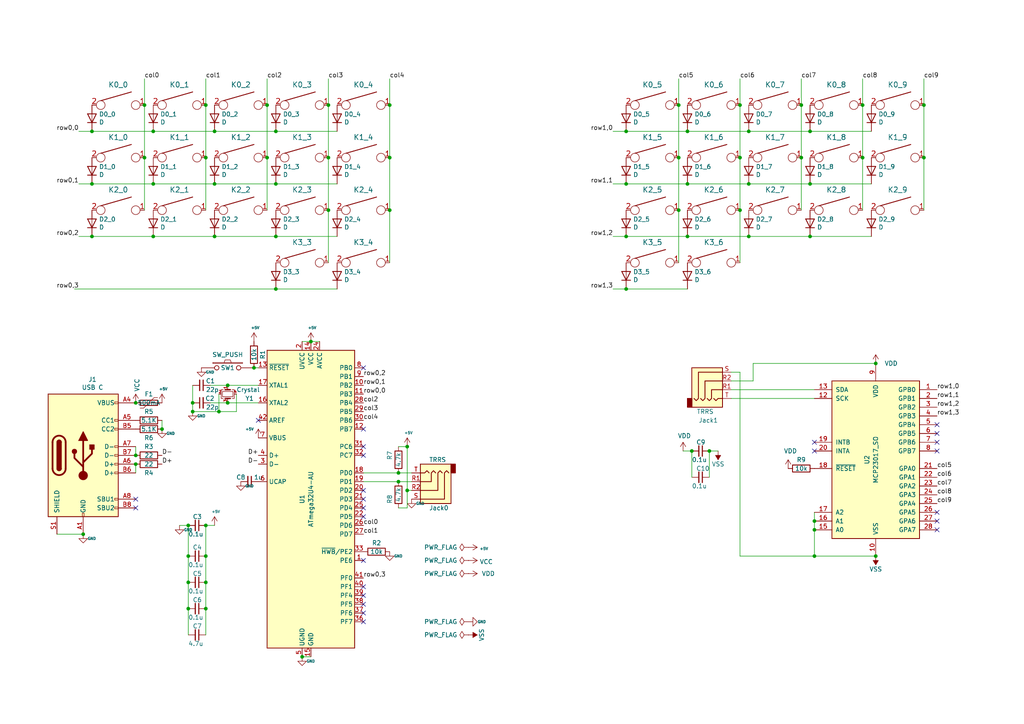
<source format=kicad_sch>
(kicad_sch (version 20230121) (generator eeschema)
  (paper "A4")
  (junction (at 181.61 83.82))
  (junction (at 77.47 30.48))
  (junction (at 254 161.29))
  (junction (at 196.85 45.72))
  (junction (at 87.63 190.5))
  (junction (at 250.19 30.48))
  (junction (at 26.67 53.34))
  (junction (at 26.67 38.1))
  (junction (at 118.11 142.24))
  (junction (at 205.74 130.81))
  (junction (at 118.11 129.54))
  (junction (at 267.97 45.72))
  (junction (at 80.01 68.58))
  (junction (at 232.41 30.48))
  (junction (at 200.66 130.81))
  (junction (at 250.19 45.72))
  (junction (at 63.5 119.38))
  (junction (at 236.22 153.67))
  (junction (at 54.61 168.91))
  (junction (at 234.95 68.58))
  (junction (at 267.97 30.48))
  (junction (at 59.69 176.53))
  (junction (at 115.57 137.16))
  (junction (at 232.41 45.72))
  (junction (at 39.37 132.08))
  (junction (at 24.13 154.94))
  (junction (at 236.22 161.29))
  (junction (at 214.63 60.96))
  (junction (at 90.17 99.06))
  (junction (at 181.61 38.1))
  (junction (at 214.63 30.48))
  (junction (at 59.69 45.72))
  (junction (at 196.85 60.96))
  (junction (at 59.69 152.4))
  (junction (at 44.45 38.1))
  (junction (at 41.91 30.48))
  (junction (at 217.17 38.1))
  (junction (at 55.88 116.84))
  (junction (at 44.45 68.58))
  (junction (at 26.67 68.58))
  (junction (at 196.85 30.48))
  (junction (at 115.57 139.7))
  (junction (at 95.25 45.72))
  (junction (at 41.91 45.72))
  (junction (at 214.63 45.72))
  (junction (at 95.25 30.48))
  (junction (at 199.39 68.58))
  (junction (at 234.95 53.34))
  (junction (at 217.17 68.58))
  (junction (at 113.03 30.48))
  (junction (at 59.69 30.48))
  (junction (at 95.25 60.96))
  (junction (at 113.03 45.72))
  (junction (at 236.22 151.13))
  (junction (at 55.88 119.38))
  (junction (at 254 105.41))
  (junction (at 73.66 106.68))
  (junction (at 39.37 134.62))
  (junction (at 66.04 116.84))
  (junction (at 80.01 38.1))
  (junction (at 62.23 53.34))
  (junction (at 66.04 111.76))
  (junction (at 54.61 176.53))
  (junction (at 181.61 53.34))
  (junction (at 59.69 161.29))
  (junction (at 113.03 60.96))
  (junction (at 54.61 152.4))
  (junction (at 234.95 38.1))
  (junction (at 199.39 38.1))
  (junction (at 44.45 53.34))
  (junction (at 54.61 161.29))
  (junction (at 199.39 53.34))
  (junction (at 77.47 45.72))
  (junction (at 62.23 38.1))
  (junction (at 59.69 168.91))
  (junction (at 80.01 53.34))
  (junction (at 62.23 68.58))
  (junction (at 39.37 116.84))
  (junction (at 80.01 83.82))
  (junction (at 217.17 53.34))
  (junction (at 181.61 68.58))
  (junction (at 46.99 124.46))
  (no_connect (at 271.78 151.13))
  (no_connect (at 105.41 172.72))
  (no_connect (at 105.41 177.8))
  (no_connect (at 105.41 132.08))
  (no_connect (at 271.78 130.81))
  (no_connect (at 105.41 147.32))
  (no_connect (at 271.78 153.67))
  (no_connect (at 271.78 148.59))
  (no_connect (at 105.41 149.86))
  (no_connect (at 388.62 93.98))
  (no_connect (at 105.41 142.24))
  (no_connect (at 271.78 125.73))
  (no_connect (at 271.78 123.19))
  (no_connect (at 105.41 180.34))
  (no_connect (at 105.41 129.54))
  (no_connect (at 271.78 128.27))
  (no_connect (at 105.41 162.56))
  (no_connect (at 105.41 124.46))
  (no_connect (at 105.41 106.68))
  (no_connect (at 105.41 170.18))
  (no_connect (at 74.93 121.92))
  (no_connect (at 236.22 128.27))
  (no_connect (at 39.37 147.32))
  (no_connect (at 236.22 130.81))
  (no_connect (at 39.37 144.78))
  (no_connect (at 105.41 175.26))
  (no_connect (at 105.41 144.78))
  (wire (pts (xy 77.47 30.48) (xy 77.47 45.72)))
  (wire (pts (xy 234.95 53.34) (xy 217.17 53.34)))
  (wire (pts (xy 80.01 83.82) (xy 97.79 83.82)))
  (wire (pts (xy 22.86 38.1) (xy 26.67 38.1)))
  (wire (pts (xy 22.86 53.34) (xy 26.67 53.34)))
  (wire (pts (xy 41.91 22.86) (xy 41.91 30.48)))
  (wire (pts (xy 217.17 68.58) (xy 234.95 68.58)))
  (wire (pts (xy 115.57 139.7) (xy 119.38 139.7)))
  (wire (pts (xy 97.79 38.1) (xy 80.01 38.1)))
  (wire (pts (xy 59.69 152.4) (xy 62.23 152.4)))
  (wire (pts (xy 74.93 106.68) (xy 73.66 106.68)))
  (wire (pts (xy 68.58 114.3) (xy 68.58 119.38)))
  (wire (pts (xy 250.19 30.48) (xy 250.19 45.72)))
  (wire (pts (xy 80.01 68.58) (xy 62.23 68.58)))
  (wire (pts (xy 97.79 68.58) (xy 80.01 68.58)))
  (wire (pts (xy 44.45 68.58) (xy 62.23 68.58)))
  (wire (pts (xy 44.45 53.34) (xy 62.23 53.34)))
  (wire (pts (xy 26.67 68.58) (xy 44.45 68.58)))
  (wire (pts (xy 214.63 161.29) (xy 236.22 161.29)))
  (wire (pts (xy 232.41 45.72) (xy 232.41 60.96)))
  (wire (pts (xy 74.93 116.84) (xy 66.04 116.84)))
  (wire (pts (xy 92.71 99.06) (xy 90.17 99.06)))
  (wire (pts (xy 22.86 68.58) (xy 26.67 68.58)))
  (wire (pts (xy 21.59 83.82) (xy 80.01 83.82)))
  (wire (pts (xy 232.41 22.86) (xy 232.41 30.48)))
  (wire (pts (xy 74.93 111.76) (xy 66.04 111.76)))
  (wire (pts (xy 252.73 53.34) (xy 234.95 53.34)))
  (wire (pts (xy 95.25 30.48) (xy 95.25 45.72)))
  (wire (pts (xy 236.22 151.13) (xy 236.22 153.67)))
  (wire (pts (xy 177.8 68.58) (xy 181.61 68.58)))
  (wire (pts (xy 115.57 129.54) (xy 118.11 129.54)))
  (wire (pts (xy 177.8 83.82) (xy 181.61 83.82)))
  (wire (pts (xy 177.8 38.1) (xy 181.61 38.1)))
  (wire (pts (xy 54.61 161.29) (xy 54.61 152.4)))
  (wire (pts (xy 236.22 161.29) (xy 254 161.29)))
  (wire (pts (xy 250.19 22.86) (xy 250.19 30.48)))
  (wire (pts (xy 267.97 45.72) (xy 267.97 60.96)))
  (wire (pts (xy 54.61 184.15) (xy 54.61 176.53)))
  (wire (pts (xy 198.12 130.81) (xy 200.66 130.81)))
  (wire (pts (xy 196.85 22.86) (xy 196.85 30.48)))
  (wire (pts (xy 54.61 176.53) (xy 54.61 168.91)))
  (wire (pts (xy 181.61 68.58) (xy 199.39 68.58)))
  (wire (pts (xy 39.37 132.08) (xy 39.37 129.54)))
  (wire (pts (xy 80.01 38.1) (xy 62.23 38.1)))
  (wire (pts (xy 205.74 138.43) (xy 205.74 130.81)))
  (wire (pts (xy 232.41 30.48) (xy 232.41 45.72)))
  (wire (pts (xy 52.07 152.4) (xy 54.61 152.4)))
  (wire (pts (xy 267.97 22.86) (xy 267.97 30.48)))
  (wire (pts (xy 196.85 45.72) (xy 196.85 60.96)))
  (wire (pts (xy 119.38 142.24) (xy 118.11 142.24)))
  (wire (pts (xy 97.79 53.34) (xy 80.01 53.34)))
  (wire (pts (xy 26.67 53.34) (xy 44.45 53.34)))
  (wire (pts (xy 90.17 190.5) (xy 87.63 190.5)))
  (wire (pts (xy 199.39 38.1) (xy 217.17 38.1)))
  (wire (pts (xy 95.25 76.2) (xy 95.25 60.96)))
  (wire (pts (xy 212.09 107.95) (xy 214.63 107.95)))
  (wire (pts (xy 113.03 30.48) (xy 113.03 45.72)))
  (wire (pts (xy 105.41 137.16) (xy 115.57 137.16)))
  (wire (pts (xy 59.69 45.72) (xy 59.69 60.96)))
  (wire (pts (xy 214.63 22.86) (xy 214.63 30.48)))
  (wire (pts (xy 177.8 53.34) (xy 181.61 53.34)))
  (wire (pts (xy 16.51 154.94) (xy 24.13 154.94)))
  (wire (pts (xy 39.37 137.16) (xy 39.37 134.62)))
  (wire (pts (xy 55.88 116.84) (xy 55.88 119.38)))
  (wire (pts (xy 55.88 119.38) (xy 63.5 119.38)))
  (wire (pts (xy 95.25 45.72) (xy 95.25 60.96)))
  (wire (pts (xy 196.85 76.2) (xy 196.85 60.96)))
  (wire (pts (xy 214.63 107.95) (xy 214.63 161.29)))
  (wire (pts (xy 77.47 22.86) (xy 77.47 30.48)))
  (wire (pts (xy 267.97 30.48) (xy 267.97 45.72)))
  (wire (pts (xy 250.19 45.72) (xy 250.19 60.96)))
  (wire (pts (xy 252.73 68.58) (xy 234.95 68.58)))
  (wire (pts (xy 59.69 30.48) (xy 59.69 45.72)))
  (wire (pts (xy 218.44 105.41) (xy 254 105.41)))
  (wire (pts (xy 181.61 83.82) (xy 199.39 83.82)))
  (wire (pts (xy 26.67 38.1) (xy 44.45 38.1)))
  (wire (pts (xy 95.25 22.86) (xy 95.25 30.48)))
  (wire (pts (xy 214.63 30.48) (xy 214.63 45.72)))
  (wire (pts (xy 199.39 53.34) (xy 217.17 53.34)))
  (wire (pts (xy 115.57 147.32) (xy 118.11 147.32)))
  (wire (pts (xy 115.57 137.16) (xy 119.38 137.16)))
  (wire (pts (xy 118.11 142.24) (xy 118.11 129.54)))
  (wire (pts (xy 77.47 45.72) (xy 77.47 60.96)))
  (wire (pts (xy 118.11 147.32) (xy 118.11 142.24)))
  (wire (pts (xy 214.63 45.72) (xy 214.63 60.96)))
  (wire (pts (xy 181.61 38.1) (xy 199.39 38.1)))
  (wire (pts (xy 105.41 139.7) (xy 115.57 139.7)))
  (wire (pts (xy 41.91 45.72) (xy 41.91 60.96)))
  (wire (pts (xy 59.69 152.4) (xy 59.69 161.29)))
  (wire (pts (xy 236.22 148.59) (xy 236.22 151.13)))
  (wire (pts (xy 68.58 119.38) (xy 63.5 119.38)))
  (wire (pts (xy 236.22 153.67) (xy 236.22 161.29)))
  (wire (pts (xy 214.63 60.96) (xy 214.63 76.2)))
  (wire (pts (xy 113.03 45.72) (xy 113.03 60.96)))
  (wire (pts (xy 252.73 38.1) (xy 234.95 38.1)))
  (wire (pts (xy 59.69 176.53) (xy 59.69 184.15)))
  (wire (pts (xy 46.99 121.92) (xy 46.99 124.46)))
  (wire (pts (xy 200.66 138.43) (xy 200.66 130.81)))
  (wire (pts (xy 90.17 99.06) (xy 87.63 99.06)))
  (wire (pts (xy 212.09 110.49) (xy 218.44 110.49)))
  (wire (pts (xy 212.09 115.57) (xy 236.22 115.57)))
  (wire (pts (xy 208.28 130.81) (xy 205.74 130.81)))
  (wire (pts (xy 113.03 22.86) (xy 113.03 30.48)))
  (wire (pts (xy 41.91 30.48) (xy 41.91 45.72)))
  (wire (pts (xy 59.69 22.86) (xy 59.69 30.48)))
  (wire (pts (xy 54.61 168.91) (xy 54.61 161.29)))
  (wire (pts (xy 212.09 113.03) (xy 236.22 113.03)))
  (wire (pts (xy 59.69 168.91) (xy 59.69 176.53)))
  (wire (pts (xy 199.39 68.58) (xy 217.17 68.58)))
  (wire (pts (xy 63.5 119.38) (xy 63.5 114.3)))
  (wire (pts (xy 234.95 38.1) (xy 217.17 38.1)))
  (wire (pts (xy 44.45 38.1) (xy 62.23 38.1)))
  (wire (pts (xy 196.85 30.48) (xy 196.85 45.72)))
  (wire (pts (xy 113.03 76.2) (xy 113.03 60.96)))
  (wire (pts (xy 181.61 53.34) (xy 199.39 53.34)))
  (wire (pts (xy 80.01 53.34) (xy 62.23 53.34)))
  (wire (pts (xy 66.04 111.76) (xy 60.96 111.76)))
  (wire (pts (xy 55.88 111.76) (xy 55.88 116.84)))
  (wire (pts (xy 218.44 110.49) (xy 218.44 105.41)))
  (wire (pts (xy 60.96 116.84) (xy 66.04 116.84)))
  (wire (pts (xy 59.69 161.29) (xy 59.69 168.91)))
  (label "col6" (at 214.63 22.86 0))
  (label "row1,3" (at 177.8 83.82 180))
  (label "col3" (at 95.25 22.86 0))
  (label "col8" (at 271.78 143.51 0))
  (label "col5" (at 196.85 22.86 0))
  (label "row0,1" (at 105.41 111.76 0))
  (label "row0,3" (at 105.41 167.64 0))
  (label "row1,2" (at 177.8 68.58 180))
  (label "col9" (at 271.78 146.05 0))
  (label "D+" (at 46.99 134.62 0))
  (label "col4" (at 105.41 121.92 0))
  (label "D-" (at 46.99 132.08 0))
  (label "D-" (at 74.93 134.62 180))
  (label "col5" (at 271.78 135.89 0))
  (label "row0,2" (at 22.86 68.58 180))
  (label "row1,0" (at 177.8 38.1 180))
  (label "row0,3" (at 22.86 83.82 180))
  (label "row1,0" (at 271.78 113.03 0))
  (label "col2" (at 105.41 116.84 0))
  (label "col2" (at 77.47 22.86 0))
  (label "row1,1" (at 177.8 53.34 180))
  (label "col1" (at 105.41 154.94 0))
  (label "col7" (at 271.78 140.97 0))
  (label "row0,0" (at 105.41 114.3 0))
  (label "col3" (at 105.41 119.38 0))
  (label "row0,2" (at 105.41 109.22 0))
  (label "row1,2" (at 271.78 118.11 0))
  (label "col7" (at 232.41 22.86 0))
  (label "D+" (at 74.93 132.08 180))
  (label "col0" (at 105.41 152.4 0))
  (label "col0" (at 41.91 22.86 0))
  (label "row1,1" (at 271.78 115.57 0))
  (label "row1,3" (at 271.78 120.65 0))
  (label "col9" (at 267.97 22.86 0))
  (label "row0,1" (at 22.86 53.34 180))
  (label "col8" (at 250.19 22.86 0))
  (label "col6" (at 271.78 138.43 0))
  (label "col1" (at 59.69 22.86 0))
  (label "row0,0" (at 22.86 38.1 180))
  (label "col4" (at 113.03 22.86 0))
  (symbol (lib_id "Device:C_Small") (at 58.42 111.76 270) (unit 1)
    (property "Reference" "C1" (at 59.69 110.49 90) (effects (justify left)))
    (property "Value" "22p" (at 59.69 113.03 90) (effects (justify left)))
    (property "Footprint" "Capacitor_SMD:C_0805_2012Metric_Pad1.15x1.40mm_HandSolder" (effects hide))
    (property "LCSC Part" "C1804" (effects hide))
  )
  (symbol (lib_id "Device:C_Small") (at 58.42 116.84 90) (unit 1)
    (property "Reference" "C2" (at 62.23 115.57 90) (effects (justify left)))
    (property "Value" "22p" (at 63.5 118.11 90) (effects (justify left)))
    (property "Footprint" "Capacitor_SMD:C_0805_2012Metric_Pad1.15x1.40mm_HandSolder" (effects hide))
    (property "LCSC Part" "C1804" (effects hide))
  )
  (symbol (lib_id "Device:C_Small") (at 57.15 152.4 270) (unit 1)
    (property "Reference" "C3" (at 55.88 149.86 90) (effects (justify left)))
    (property "Value" "0.1u" (at 54.61 154.94 90) (effects (justify left)))
    (property "Footprint" "Capacitor_SMD:C_0805_2012Metric_Pad1.15x1.40mm_HandSolder" (effects hide))
    (property "LCSC Part" "C49678" (effects hide))
  )
  (symbol (lib_id "Device:C_Small") (at 57.15 161.29 270) (unit 1)
    (property "Reference" "C4" (at 55.88 158.75 90) (effects (justify left)))
    (property "Value" "0.1u" (at 54.61 163.83 90) (effects (justify left)))
    (property "Footprint" "Capacitor_SMD:C_0805_2012Metric_Pad1.15x1.40mm_HandSolder" (effects hide))
    (property "LCSC Part" "C49678" (effects hide))
  )
  (symbol (lib_id "Device:C_Small") (at 57.15 168.91 270) (unit 1)
    (property "Reference" "C5" (at 55.88 166.37 90) (effects (justify left)))
    (property "Value" "0.1u" (at 54.61 171.45 90) (effects (justify left)))
    (property "Footprint" "Capacitor_SMD:C_0805_2012Metric_Pad1.15x1.40mm_HandSolder" (effects hide))
    (property "LCSC Part" "C49678" (effects hide))
  )
  (symbol (lib_id "Device:C_Small") (at 57.15 176.53 270) (unit 1)
    (property "Reference" "C6" (at 55.88 173.99 90) (effects (justify left)))
    (property "Value" "0.1u" (at 54.61 179.07 90) (effects (justify left)))
    (property "Footprint" "Capacitor_SMD:C_0805_2012Metric_Pad1.15x1.40mm_HandSolder" (effects hide))
    (property "LCSC Part" "C49678" (effects hide))
  )
  (symbol (lib_id "Device:C_Small") (at 57.15 184.15 270) (unit 1)
    (property "Reference" "C7" (at 55.88 181.61 90) (effects (justify left)))
    (property "Value" "4.7u" (at 54.61 186.69 90) (effects (justify left)))
    (property "Footprint" "Capacitor_SMD:C_0805_2012Metric_Pad1.15x1.40mm_HandSolder" (effects hide))
    (property "LCSC Part" "C1779" (effects hide))
  )
  (symbol (lib_id "keyboard_parts:SW_PUSH") (at 66.04 106.68 0) (unit 1)
    (property "Reference" "SW1" (at 66.04 106.68 0))
    (property "Value" "SW_PUSH" (at 66.04 102.87 0))
    (property "Footprint" "Button_Switch_SMD:SW_SPST_B3U-1000P" (effects hide))
    (property "LCSC Part" "C231329" (effects hide))
  )
  (symbol (lib_id "Device:R") (at 73.66 102.87 180) (unit 1)
    (property "Reference" "R1" (at 76.2 102.87 90))
    (property "Value" "10k" (at 73.66 102.87 90))
    (property "Footprint" "Resistor_SMD:R_0805_2012Metric_Pad1.15x1.40mm_HandSolder" (effects hide))
    (property "LCSC Part" "C17414" (effects hide))
  )
  (symbol (lib_id "Device:R") (at 109.22 160.02 270) (unit 1)
    (property "Reference" "R2" (at 109.22 157.48 90))
    (property "Value" "10k" (at 109.22 160.02 90))
    (property "Footprint" "Resistor_SMD:R_0805_2012Metric_Pad1.15x1.40mm_HandSolder" (effects hide))
    (property "LCSC Part" "C17414" (effects hide))
  )
  (symbol (lib_id "Device:R") (at 43.18 132.08 270) (unit 1)
    (property "Reference" "R3" (at 43.18 129.54 90))
    (property "Value" "22" (at 43.18 132.08 90))
    (property "Footprint" "Resistor_SMD:R_0805_2012Metric_Pad1.15x1.40mm_HandSolder" (effects hide))
    (property "LCSC Part" "C17561" (effects hide))
  )
  (symbol (lib_id "Device:R") (at 43.18 134.62 270) (unit 1)
    (property "Reference" "R4" (at 43.18 137.16 90))
    (property "Value" "22" (at 43.18 134.62 90))
    (property "Footprint" "Resistor_SMD:R_0805_2012Metric_Pad1.15x1.40mm_HandSolder" (effects hide))
    (property "LCSC Part" "C17561" (effects hide))
  )
  (symbol (lib_id "Device:C_Small") (at 72.39 139.7 270) (unit 1)
    (property "Reference" "C8" (at 69.85 138.43 90))
    (property "Value" "1u" (at 74.93 138.43 90))
    (property "Footprint" "Capacitor_SMD:C_0805_2012Metric_Pad1.15x1.40mm_HandSolder" (effects hide))
    (property "LCSC Part" "C28323" (effects hide))
  )
  (symbol (lib_id "Interface_Expansion:MCP23017_SO") (at 254 133.35 0) (unit 1)
    (property "Reference" "U2" (at 251.46 133.35 90))
    (property "Value" "MCP23017_SO" (at 254 133.35 90))
    (property "Footprint" "Package_SO:SOIC-28W_7.5x17.9mm_P1.27mm" (effects hide))
    (property "Datasheet" "http://ww1.microchip.com/downloads/en/DeviceDoc/20001952C.pdf" (effects hide))
    (property "LCSC Part" "C47023" (effects hide))
  )
  (symbol (lib_id "Device:R") (at 43.18 121.92 270) (unit 1)
    (property "Reference" "R5" (at 43.18 119.38 90))
    (property "Value" "5.1K" (at 43.18 121.92 90))
    (property "Footprint" "Resistor_SMD:R_0805_2012Metric_Pad1.15x1.40mm_HandSolder" (effects hide))
    (property "LCSC Part" "C27834" (effects hide))
  )
  (symbol (lib_id "Device:R") (at 43.18 124.46 270) (unit 1)
    (property "Reference" "R6" (at 43.18 127 90))
    (property "Value" "5.1K" (at 43.18 124.46 90))
    (property "Footprint" "Resistor_SMD:R_0805_2012Metric_Pad1.15x1.40mm_HandSolder" (effects hide))
    (property "LCSC Part" "C27834" (effects hide))
  )
  (symbol (lib_id "power:GND") (at 46.99 124.46 0) (unit 1)
    (property "Reference" "#PWR0107" (effects hide))
    (property "Value" "GND" (at 48.26 125.73 0) (effects (font (size 0.762 0.762)) (justify left)))
  )
  (symbol (lib_id "Device:C_Small") (at 203.2 130.81 270) (unit 1)
    (property "Reference" "C9" (at 201.93 128.27 90) (effects (justify left)))
    (property "Value" "0.1u" (at 200.66 133.35 90) (effects (justify left)))
    (property "Footprint" "Capacitor_SMD:C_0805_2012Metric_Pad1.15x1.40mm_HandSolder" (effects hide))
    (property "LCSC Part" "C49678" (effects hide))
  )
  (symbol (lib_id "power:VDD") (at 198.12 130.81 0) (unit 1)
    (property "Reference" "#PWR0135" (effects hide))
    (property "Value" "VDD" (at 198.501 126.4158 0))
  )
  (symbol (lib_id "keyboard_parts:KEYSW") (at 34.29 30.48 0) (unit 1)
    (property "Reference" "K0_0" (at 34.29 24.5618 0) (effects (font (size 1.524 1.524))))
    (property "Value" "KEYSW" (effects hide))
    (property "Footprint" "switches:MX" (effects hide))
    (property "DNP" "true" (effects hide))
    (property "JLCPCB BOM" "false" (effects hide))
  )
  (symbol (lib_id "Device:D") (at 26.67 34.29 90) (unit 1)
    (property "Reference" "D0_0" (at 28.702 33.1216 90) (effects (justify right)))
    (property "Value" "D" (at 28.702 35.433 90) (effects (justify right)))
    (property "Footprint" "Diode_SMD:D_SOD-123" (effects hide))
    (property "LCSC Part" "C81598" (effects hide))
  )
  (symbol (lib_id "keyboard_parts:KEYSW") (at 34.29 45.72 0) (unit 1)
    (property "Reference" "K1_0" (at 34.29 39.8018 0) (effects (font (size 1.524 1.524))))
    (property "Value" "KEYSW" (effects hide))
    (property "Footprint" "switches:MX" (effects hide))
    (property "DNP" "true" (effects hide))
    (property "JLCPCB BOM" "false" (effects hide))
  )
  (symbol (lib_id "Device:D") (at 26.67 49.53 90) (unit 1)
    (property "Reference" "D1_0" (at 28.702 48.3616 90) (effects (justify right)))
    (property "Value" "D" (at 28.702 50.673 90) (effects (justify right)))
    (property "Footprint" "Diode_SMD:D_SOD-123" (effects hide))
    (property "LCSC Part" "C81598" (effects hide))
  )
  (symbol (lib_id "power:VDD") (at 254 105.41 0) (unit 1)
    (property "Reference" "#PWR0126" (effects hide))
    (property "Value" "VDD" (at 256.54 105.41 0) (effects (justify left)))
  )
  (symbol (lib_id "Device:D") (at 44.45 34.29 90) (unit 1)
    (property "Reference" "D0_1" (at 46.482 33.1216 90) (effects (justify right)))
    (property "Value" "D" (at 46.482 35.433 90) (effects (justify right)))
    (property "Footprint" "Diode_SMD:D_SOD-123" (effects hide))
    (property "LCSC Part" "C81598" (effects hide))
  )
  (symbol (lib_id "Device:D") (at 44.45 49.53 90) (unit 1)
    (property "Reference" "D1_1" (at 46.482 48.3616 90) (effects (justify right)))
    (property "Value" "D" (at 46.482 50.673 90) (effects (justify right)))
    (property "Footprint" "Diode_SMD:D_SOD-123" (effects hide))
    (property "LCSC Part" "C81598" (effects hide))
  )
  (symbol (lib_id "keyboard_parts:KEYSW") (at 52.07 45.72 0) (unit 1)
    (property "Reference" "K1_1" (at 52.07 39.8018 0) (effects (font (size 1.524 1.524))))
    (property "Value" "KEYSW" (effects hide))
    (property "Footprint" "switches:MX" (effects hide))
    (property "DNP" "true" (effects hide))
    (property "JLCPCB BOM" "false" (effects hide))
  )
  (symbol (lib_id "keyboard_parts:KEYSW") (at 69.85 30.48 0) (unit 1)
    (property "Reference" "K0_2" (at 69.85 24.5618 0) (effects (font (size 1.524 1.524))))
    (property "Value" "KEYSW" (effects hide))
    (property "Footprint" "switches:MX" (effects hide))
    (property "DNP" "true" (effects hide))
    (property "JLCPCB BOM" "false" (effects hide))
  )
  (symbol (lib_id "Device:D") (at 62.23 34.29 90) (unit 1)
    (property "Reference" "D0_2" (at 64.262 33.1216 90) (effects (justify right)))
    (property "Value" "D" (at 64.262 35.433 90) (effects (justify right)))
    (property "Footprint" "Diode_SMD:D_SOD-123" (effects hide))
    (property "LCSC Part" "C81598" (effects hide))
  )
  (symbol (lib_id "keyboard_parts:KEYSW") (at 52.07 30.48 0) (unit 1)
    (property "Reference" "K0_1" (at 52.07 24.5618 0) (effects (font (size 1.524 1.524))))
    (property "Value" "KEYSW" (effects hide))
    (property "Footprint" "switches:MX" (effects hide))
    (property "DNP" "true" (effects hide))
    (property "JLCPCB BOM" "false" (effects hide))
  )
  (symbol (lib_id "keyboard_parts:KEYSW") (at 69.85 45.72 0) (unit 1)
    (property "Reference" "K1_2" (at 69.85 39.8018 0) (effects (font (size 1.524 1.524))))
    (property "Value" "KEYSW" (effects hide))
    (property "Footprint" "switches:MX" (effects hide))
    (property "DNP" "true" (effects hide))
    (property "JLCPCB BOM" "false" (effects hide))
  )
  (symbol (lib_id "Device:D") (at 62.23 49.53 90) (unit 1)
    (property "Reference" "D1_2" (at 64.262 48.3616 90) (effects (justify right)))
    (property "Value" "D" (at 64.262 50.673 90) (effects (justify right)))
    (property "Footprint" "Diode_SMD:D_SOD-123" (effects hide))
    (property "LCSC Part" "C81598" (effects hide))
  )
  (symbol (lib_id "keyboard_parts:KEYSW") (at 34.29 60.96 0) (unit 1)
    (property "Reference" "K2_0" (at 34.29 55.0418 0) (effects (font (size 1.524 1.524))))
    (property "Value" "KEYSW" (effects hide))
    (property "Footprint" "switches:MX" (effects hide))
    (property "DNP" "true" (effects hide))
    (property "JLCPCB BOM" "false" (effects hide))
  )
  (symbol (lib_id "Device:D") (at 26.67 64.77 90) (unit 1)
    (property "Reference" "D2_0" (at 28.702 63.6016 90) (effects (justify right)))
    (property "Value" "D" (at 28.702 65.913 90) (effects (justify right)))
    (property "Footprint" "Diode_SMD:D_SOD-123" (effects hide))
    (property "LCSC Part" "C81598" (effects hide))
  )
  (symbol (lib_id "keyboard_parts:KEYSW") (at 52.07 60.96 0) (unit 1)
    (property "Reference" "K2_1" (at 52.07 55.0418 0) (effects (font (size 1.524 1.524))))
    (property "Value" "KEYSW" (effects hide))
    (property "Footprint" "switches:MX" (effects hide))
    (property "DNP" "true" (effects hide))
    (property "JLCPCB BOM" "false" (effects hide))
  )
  (symbol (lib_id "keyboard_parts:KEYSW") (at 69.85 60.96 0) (unit 1)
    (property "Reference" "K2_2" (at 69.85 55.0418 0) (effects (font (size 1.524 1.524))))
    (property "Value" "KEYSW" (effects hide))
    (property "Footprint" "switches:MX" (effects hide))
    (property "DNP" "true" (effects hide))
    (property "JLCPCB BOM" "false" (effects hide))
  )
  (symbol (lib_id "Device:D") (at 44.45 64.77 90) (unit 1)
    (property "Reference" "D2_1" (at 46.482 63.6016 90) (effects (justify right)))
    (property "Value" "D" (at 46.482 65.913 90) (effects (justify right)))
    (property "Footprint" "Diode_SMD:D_SOD-123" (effects hide))
    (property "LCSC Part" "C81598" (effects hide))
  )
  (symbol (lib_id "Device:D") (at 62.23 64.77 90) (unit 1)
    (property "Reference" "D2_2" (at 64.262 63.6016 90) (effects (justify right)))
    (property "Value" "D" (at 64.262 65.913 90) (effects (justify right)))
    (property "Footprint" "Diode_SMD:D_SOD-123" (effects hide))
    (property "LCSC Part" "C81598" (effects hide))
  )
  (symbol (lib_id "keyboard_parts:KEYSW") (at 87.63 30.48 0) (unit 1)
    (property "Reference" "K0_3" (at 87.63 24.5618 0) (effects (font (size 1.524 1.524))))
    (property "Value" "KEYSW" (effects hide))
    (property "Footprint" "switches:MX" (effects hide))
    (property "DNP" "true" (effects hide))
    (property "JLCPCB BOM" "false" (effects hide))
  )
  (symbol (lib_id "keyboard_parts:KEYSW") (at 87.63 45.72 0) (unit 1)
    (property "Reference" "K1_3" (at 87.63 39.8018 0) (effects (font (size 1.524 1.524))))
    (property "Value" "KEYSW" (effects hide))
    (property "Footprint" "switches:MX" (effects hide))
    (property "DNP" "true" (effects hide))
    (property "JLCPCB BOM" "false" (effects hide))
  )
  (symbol (lib_id "keyboard_parts:KEYSW") (at 87.63 60.96 0) (unit 1)
    (property "Reference" "K2_3" (at 87.63 55.0418 0) (effects (font (size 1.524 1.524))))
    (property "Value" "KEYSW" (effects hide))
    (property "Footprint" "switches:MX" (effects hide))
    (property "DNP" "true" (effects hide))
    (property "JLCPCB BOM" "false" (effects hide))
  )
  (symbol (lib_id "Device:D") (at 80.01 34.29 90) (unit 1)
    (property "Reference" "D0_3" (at 82.042 33.1216 90) (effects (justify right)))
    (property "Value" "D" (at 82.042 35.433 90) (effects (justify right)))
    (property "Footprint" "Diode_SMD:D_SOD-123" (effects hide))
    (property "LCSC Part" "C81598" (effects hide))
  )
  (symbol (lib_id "Device:D") (at 80.01 49.53 90) (unit 1)
    (property "Reference" "D1_3" (at 82.042 48.3616 90) (effects (justify right)))
    (property "Value" "D" (at 82.042 50.673 90) (effects (justify right)))
    (property "Footprint" "Diode_SMD:D_SOD-123" (effects hide))
    (property "LCSC Part" "C81598" (effects hide))
  )
  (symbol (lib_id "Device:D") (at 80.01 64.77 90) (unit 1)
    (property "Reference" "D2_3" (at 82.042 63.6016 90) (effects (justify right)))
    (property "Value" "D" (at 82.042 65.913 90) (effects (justify right)))
    (property "Footprint" "Diode_SMD:D_SOD-123" (effects hide))
    (property "LCSC Part" "C81598" (effects hide))
  )
  (symbol (lib_id "keyboard_parts:KEYSW") (at 105.41 30.48 0) (unit 1)
    (property "Reference" "K0_4" (at 105.41 24.5618 0) (effects (font (size 1.524 1.524))))
    (property "Value" "KEYSW" (effects hide))
    (property "Footprint" "switches:MX" (effects hide))
    (property "DNP" "true" (effects hide))
    (property "JLCPCB BOM" "false" (effects hide))
  )
  (symbol (lib_id "Device:D") (at 97.79 34.29 90) (unit 1)
    (property "Reference" "D0_4" (at 99.822 33.1216 90) (effects (justify right)))
    (property "Value" "D" (at 99.822 35.433 90) (effects (justify right)))
    (property "Footprint" "Diode_SMD:D_SOD-123" (effects hide))
    (property "LCSC Part" "C81598" (effects hide))
  )
  (symbol (lib_id "keyboard_parts:KEYSW") (at 105.41 45.72 0) (unit 1)
    (property "Reference" "K1_4" (at 105.41 39.8018 0) (effects (font (size 1.524 1.524))))
    (property "Value" "KEYSW" (effects hide))
    (property "Footprint" "switches:MX" (effects hide))
    (property "DNP" "true" (effects hide))
    (property "JLCPCB BOM" "false" (effects hide))
  )
  (symbol (lib_id "Device:D") (at 97.79 49.53 90) (unit 1)
    (property "Reference" "D1_4" (at 99.822 48.3616 90) (effects (justify right)))
    (property "Value" "D" (at 99.822 50.673 90) (effects (justify right)))
    (property "Footprint" "Diode_SMD:D_SOD-123" (effects hide))
    (property "LCSC Part" "C81598" (effects hide))
  )
  (symbol (lib_id "keyboard_parts:KEYSW") (at 105.41 60.96 0) (unit 1)
    (property "Reference" "K2_4" (at 105.41 55.0418 0) (effects (font (size 1.524 1.524))))
    (property "Value" "KEYSW" (effects hide))
    (property "Footprint" "switches:MX" (effects hide))
    (property "DNP" "true" (effects hide))
    (property "JLCPCB BOM" "false" (effects hide))
  )
  (symbol (lib_id "Device:D") (at 97.79 64.77 90) (unit 1)
    (property "Reference" "D2_4" (at 99.822 63.6016 90) (effects (justify right)))
    (property "Value" "D" (at 99.822 65.913 90) (effects (justify right)))
    (property "Footprint" "Diode_SMD:D_SOD-123" (effects hide))
    (property "LCSC Part" "C81598" (effects hide))
  )
  (symbol (lib_id "keyboard_parts:KEYSW") (at 87.63 76.2 0) (unit 1)
    (property "Reference" "K3_3" (at 87.63 70.2818 0) (effects (font (size 1.524 1.524))))
    (property "Value" "KEYSW" (effects hide))
    (property "Footprint" "switches:MX" (effects hide))
    (property "DNP" "true" (effects hide))
    (property "JLCPCB BOM" "false" (effects hide))
  )
  (symbol (lib_id "keyboard_parts:KEYSW") (at 105.41 76.2 0) (unit 1)
    (property "Reference" "K3_4" (at 105.41 70.2818 0) (effects (font (size 1.524 1.524))))
    (property "Value" "KEYSW" (effects hide))
    (property "Footprint" "switches:MX" (effects hide))
    (property "DNP" "true" (effects hide))
    (property "JLCPCB BOM" "false" (effects hide))
  )
  (symbol (lib_id "Device:D") (at 80.01 80.01 90) (unit 1)
    (property "Reference" "D3_3" (at 82.042 78.8416 90) (effects (justify right)))
    (property "Value" "D" (at 82.042 81.153 90) (effects (justify right)))
    (property "Footprint" "Diode_SMD:D_SOD-123" (effects hide))
    (property "LCSC Part" "C81598" (effects hide))
  )
  (symbol (lib_id "Device:D") (at 97.79 80.01 90) (unit 1)
    (property "Reference" "D3_4" (at 99.822 78.8416 90) (effects (justify right)))
    (property "Value" "D" (at 99.822 81.153 90) (effects (justify right)))
    (property "Footprint" "Diode_SMD:D_SOD-123" (effects hide))
    (property "LCSC Part" "C81598" (effects hide))
  )
  (symbol (lib_id "Connector:USB_C_Receptacle_USB2.0") (at 24.13 132.08 0) (unit 1)
    (property "Reference" "J1" (at 26.8478 110.0582 0))
    (property "Value" "USB C" (at 26.8478 112.3696 0))
    (property "Footprint" "Connector_USB:USB_C_Receptacle_HRO_TYPE-C-31-M-12" (effects hide))
    (property "Datasheet" "https://www.usb.org/sites/default/files/documents/usb_type-c.zip" (effects hide))
    (property "LCSC Part" "C165948" (effects hide))
  )
  (symbol (lib_id "Device:Polyfuse") (at 43.18 116.84 270) (unit 1)
    (property "Reference" "F1" (at 43.18 114.3 90))
    (property "Value" "500mA" (at 43.18 116.84 90))
    (property "Footprint" "Fuse:Fuse_1206_3216Metric" (effects hide))
    (property "LCSC Part" "C151162" (effects hide))
  )
  (symbol (lib_id "power:+5V") (at 46.99 116.84 0) (unit 1)
    (property "Reference" "#PWR0102" (effects hide))
    (property "Value" "+5V" (at 47.371 112.8268 0) (effects (font (size 0.762 0.762))))
  )
  (symbol (lib_id "Connector:AudioJack4") (at 207.01 110.49 0) (unit 1)
    (property "Reference" "Jack1" (at 208.28 121.92 0) (effects (justify right)))
    (property "Value" "TRRS" (at 207.01 119.38 0) (effects (justify right)))
    (property "Footprint" "kbd:TRRS-PJ-320A" (effects hide))
    (property "LCSC Part" "C12569" (effects hide))
  )
  (symbol (lib_id "Device:Crystal_GND24_Small") (at 66.04 114.3 270) (unit 1)
    (property "Reference" "Y1" (at 71.12 115.57 90) (effects (justify left)))
    (property "Value" "Crystal" (at 68.58 113.03 90) (effects (justify left)))
    (property "Footprint" "Crystal:Crystal_SMD_3225-4Pin_3.2x2.5mm" (effects hide))
    (property "Datasheet" "https://lcsc.com/product-detail/SMD-Crystal-Resonators_Yangxing-Tech-X322516MLB4SI_C13738.html/?href=jlc-SMT" (effects hide))
    (property "LCSC Part" "C13738" (effects hide))
  )
  (symbol (lib_id "power:VSS") (at 254 161.29 180) (unit 1)
    (property "Reference" "#PWR0121" (effects hide))
    (property "Value" "VSS" (at 254 165.1 0))
  )
  (symbol (lib_id "power:VSS") (at 208.28 130.81 180) (unit 1)
    (property "Reference" "#PWR0123" (effects hide))
    (property "Value" "VSS" (at 208.28 134.62 0))
  )
  (symbol (lib_id "MCU_Microchip_ATmega:ATmega32U4-AU") (at 90.17 144.78 0) (unit 1)
    (property "Reference" "U1" (at 87.63 144.78 90))
    (property "Value" "ATmega32U4-AU" (at 90.17 144.78 90))
    (property "Footprint" "Package_QFP:TQFP-44_10x10mm_P0.8mm" (effects hide))
    (property "Datasheet" "http://ww1.microchip.com/downloads/en/DeviceDoc/Atmel-7766-8-bit-AVR-ATmega16U4-32U4_Datasheet.pdf" (effects hide))
    (property "LCSC Part" "C44854" (effects hide))
  )
  (symbol (lib_id "power:GND") (at 55.88 119.38 0) (unit 1)
    (property "Reference" "#PWR0101" (effects hide))
    (property "Value" "GND" (at 57.15 120.65 0) (effects (font (size 0.762 0.762)) (justify left)))
  )
  (symbol (lib_id "power:GND") (at 58.42 106.68 0) (unit 1)
    (property "Reference" "#PWR0103" (effects hide))
    (property "Value" "GND" (at 59.69 107.95 0) (effects (font (size 0.762 0.762)) (justify left)))
  )
  (symbol (lib_id "power:GND") (at 113.03 160.02 0) (unit 1)
    (property "Reference" "#PWR0105" (effects hide))
    (property "Value" "GND" (at 114.3 161.29 0) (effects (font (size 0.762 0.762)) (justify left)))
  )
  (symbol (lib_id "power:GND") (at 119.38 144.78 0) (unit 1)
    (property "Reference" "#PWR0106" (effects hide))
    (property "Value" "GND" (at 120.65 146.05 0) (effects (font (size 0.762 0.762)) (justify left)))
  )
  (symbol (lib_id "power:GND") (at 24.13 154.94 0) (unit 1)
    (property "Reference" "#PWR0108" (effects hide))
    (property "Value" "GND" (at 25.4 156.21 0) (effects (font (size 0.762 0.762)) (justify left)))
  )
  (symbol (lib_id "power:GND") (at 87.63 190.5 0) (unit 1)
    (property "Reference" "#PWR0110" (effects hide))
    (property "Value" "GND" (at 88.9 191.77 0) (effects (font (size 0.762 0.762)) (justify left)))
  )
  (symbol (lib_id "power:GND") (at 52.07 152.4 0) (unit 1)
    (property "Reference" "#PWR0111" (effects hide))
    (property "Value" "GND" (at 53.34 153.67 0) (effects (font (size 0.762 0.762)) (justify left)))
  )
  (symbol (lib_id "power:GND") (at 69.85 139.7 0) (unit 1)
    (property "Reference" "#PWR0115" (effects hide))
    (property "Value" "GND" (at 71.12 140.97 0) (effects (font (size 0.762 0.762)) (justify left)))
  )
  (symbol (lib_id "power:+5V") (at 73.66 99.06 0) (unit 1)
    (property "Reference" "#PWR0104" (effects hide))
    (property "Value" "+5V" (at 74.041 95.0468 0) (effects (font (size 0.762 0.762))))
  )
  (symbol (lib_id "power:+5V") (at 90.17 99.06 0) (unit 1)
    (property "Reference" "#PWR0113" (effects hide))
    (property "Value" "+5V" (at 90.551 95.0468 0) (effects (font (size 0.762 0.762))))
  )
  (symbol (lib_id "power:+5V") (at 74.93 127 0) (unit 1)
    (property "Reference" "#PWR0114" (effects hide))
    (property "Value" "+5V" (at 72.39 124.46 0) (effects (font (size 0.762 0.762))))
  )
  (symbol (lib_id "power:+5V") (at 62.23 152.4 0) (unit 1)
    (property "Reference" "#PWR0116" (effects hide))
    (property "Value" "+5V" (at 62.611 148.3868 0) (effects (font (size 0.762 0.762))))
  )
  (symbol (lib_id "power:+5V") (at 118.11 129.54 0) (unit 1)
    (property "Reference" "#PWR0117" (effects hide))
    (property "Value" "+5V" (at 118.491 125.5268 0) (effects (font (size 0.762 0.762))))
  )
  (symbol (lib_id "power:PWR_FLAG") (at 135.89 162.56 90) (unit 1)
    (property "Reference" "#FLG0102" (effects hide))
    (property "Value" "PWR_FLAG" (at 132.6642 162.56 90) (effects (justify left)))
  )
  (symbol (lib_id "power:PWR_FLAG") (at 135.89 166.37 90) (unit 1)
    (property "Reference" "#FLG0101" (effects hide))
    (property "Value" "PWR_FLAG" (at 132.6642 166.37 90) (effects (justify left)))
  )
  (symbol (lib_id "power:VCC") (at 135.89 162.56 270) (unit 1)
    (property "Reference" "#PWR0119" (effects hide))
    (property "Value" "VCC" (at 139.1158 162.941 90) (effects (justify left)))
  )
  (symbol (lib_id "power:VDD") (at 135.89 166.37 270) (unit 1)
    (property "Reference" "#PWR0122" (effects hide))
    (property "Value" "VDD" (at 139.7 166.37 90) (effects (justify left)))
  )
  (symbol (lib_id "power:+5V") (at 135.89 158.75 270) (unit 1)
    (property "Reference" "#PWR0127" (effects hide))
    (property "Value" "+5V" (at 139.1412 159.131 90) (effects (font (size 0.762 0.762)) (justify left)))
  )
  (symbol (lib_id "power:PWR_FLAG") (at 135.89 158.75 90) (unit 1)
    (property "Reference" "#FLG0103" (effects hide))
    (property "Value" "PWR_FLAG" (at 132.6642 158.75 90) (effects (justify left)))
  )
  (symbol (lib_id "power:PWR_FLAG") (at 135.89 180.34 90) (unit 1)
    (property "Reference" "#FLG0104" (effects hide))
    (property "Value" "PWR_FLAG" (at 132.6642 180.34 90) (effects (justify left)))
  )
  (symbol (lib_id "power:GND") (at 135.89 180.34 90) (unit 1)
    (property "Reference" "#PWR0128" (effects hide))
    (property "Value" "GND" (at 140.97 180.34 90) (effects (font (size 0.762 0.762)) (justify left)))
  )
  (symbol (lib_id "power:PWR_FLAG") (at 135.89 184.15 90) (unit 1)
    (property "Reference" "#FLG0105" (effects hide))
    (property "Value" "PWR_FLAG" (at 132.6642 184.15 90) (effects (justify left)))
  )
  (symbol (lib_id "power:VSS") (at 135.89 184.15 270) (unit 1)
    (property "Reference" "#PWR0129" (effects hide))
    (property "Value" "VSS" (at 139.7 184.15 0))
  )
  (symbol (lib_id "power:VCC") (at 39.37 116.84 0) (unit 1)
    (property "Reference" "#PWR0109" (effects hide))
    (property "Value" "VCC" (at 39.751 113.6142 90) (effects (justify left)))
  )
  (symbol (lib_id "Device:C_Small") (at 203.2 138.43 270) (unit 1)
    (property "Reference" "C10" (at 201.93 135.89 90) (effects (justify left)))
    (property "Value" "0.1u" (at 200.66 140.97 90) (effects (justify left)))
    (property "Footprint" "Capacitor_SMD:C_0805_2012Metric_Pad1.15x1.40mm_HandSolder" (effects hide))
    (property "LCSC Part" "C49678" (effects hide))
  )
  (symbol (lib_id "Device:R") (at 232.41 135.89 270) (unit 1)
    (property "Reference" "R9" (at 232.41 133.35 90))
    (property "Value" "10k" (at 232.41 135.89 90))
    (property "Footprint" "Resistor_SMD:R_0805_2012Metric_Pad1.15x1.40mm_HandSolder" (effects hide))
    (property "LCSC Part" "C17414" (effects hide))
  )
  (symbol (lib_id "power:VDD") (at 228.6 135.89 0) (unit 1)
    (property "Reference" "#PWR0112" (effects hide))
    (property "Value" "VDD" (at 227.33 130.81 0) (effects (justify left)))
  )
  (symbol (lib_id "keyboard_parts:KEYSW") (at 189.23 30.48 0) (unit 1)
    (property "Reference" "K0_5" (at 189.23 24.5618 0) (effects (font (size 1.524 1.524))))
    (property "Value" "KEYSW" (effects hide))
    (property "Footprint" "switches:MX" (effects hide))
    (property "DNP" "true" (effects hide))
    (property "JLCPCB BOM" "false" (effects hide))
  )
  (symbol (lib_id "Device:D") (at 181.61 34.29 90) (unit 1)
    (property "Reference" "D0_5" (at 183.642 33.1216 90) (effects (justify right)))
    (property "Value" "D" (at 183.642 35.433 90) (effects (justify right)))
    (property "Footprint" "Diode_SMD:D_SOD-123" (effects hide))
    (property "LCSC Part" "C81598" (effects hide))
  )
  (symbol (lib_id "keyboard_parts:KEYSW") (at 189.23 45.72 0) (unit 1)
    (property "Reference" "K1_5" (at 189.23 39.8018 0) (effects (font (size 1.524 1.524))))
    (property "Value" "KEYSW" (effects hide))
    (property "Footprint" "switches:MX" (effects hide))
    (property "DNP" "true" (effects hide))
    (property "JLCPCB BOM" "false" (effects hide))
  )
  (symbol (lib_id "Device:D") (at 181.61 49.53 90) (unit 1)
    (property "Reference" "D1_5" (at 183.642 48.3616 90) (effects (justify right)))
    (property "Value" "D" (at 183.642 50.673 90) (effects (justify right)))
    (property "Footprint" "Diode_SMD:D_SOD-123" (effects hide))
    (property "LCSC Part" "C81598" (effects hide))
  )
  (symbol (lib_id "Device:D") (at 199.39 34.29 90) (unit 1)
    (property "Reference" "D0_6" (at 201.422 33.1216 90) (effects (justify right)))
    (property "Value" "D" (at 201.422 35.433 90) (effects (justify right)))
    (property "Footprint" "Diode_SMD:D_SOD-123" (effects hide))
    (property "LCSC Part" "C81598" (effects hide))
  )
  (symbol (lib_id "Device:D") (at 199.39 49.53 90) (unit 1)
    (property "Reference" "D1_6" (at 201.422 48.3616 90) (effects (justify right)))
    (property "Value" "D" (at 201.422 50.673 90) (effects (justify right)))
    (property "Footprint" "Diode_SMD:D_SOD-123" (effects hide))
    (property "LCSC Part" "C81598" (effects hide))
  )
  (symbol (lib_id "keyboard_parts:KEYSW") (at 207.01 45.72 0) (unit 1)
    (property "Reference" "K1_6" (at 207.01 39.8018 0) (effects (font (size 1.524 1.524))))
    (property "Value" "KEYSW" (effects hide))
    (property "Footprint" "switches:MX" (effects hide))
    (property "DNP" "true" (effects hide))
    (property "JLCPCB BOM" "false" (effects hide))
  )
  (symbol (lib_id "keyboard_parts:KEYSW") (at 224.79 30.48 0) (unit 1)
    (property "Reference" "K0_7" (at 224.79 24.5618 0) (effects (font (size 1.524 1.524))))
    (property "Value" "KEYSW" (effects hide))
    (property "Footprint" "switches:MX" (effects hide))
    (property "DNP" "true" (effects hide))
    (property "JLCPCB BOM" "false" (effects hide))
  )
  (symbol (lib_id "Device:D") (at 217.17 34.29 90) (unit 1)
    (property "Reference" "D0_7" (at 219.202 33.1216 90) (effects (justify right)))
    (property "Value" "D" (at 219.202 35.433 90) (effects (justify right)))
    (property "Footprint" "Diode_SMD:D_SOD-123" (effects hide))
    (property "LCSC Part" "C81598" (effects hide))
  )
  (symbol (lib_id "keyboard_parts:KEYSW") (at 207.01 30.48 0) (unit 1)
    (property "Reference" "K0_6" (at 207.01 24.5618 0) (effects (font (size 1.524 1.524))))
    (property "Value" "KEYSW" (effects hide))
    (property "Footprint" "switches:MX" (effects hide))
    (property "DNP" "true" (effects hide))
    (property "JLCPCB BOM" "false" (effects hide))
  )
  (symbol (lib_id "keyboard_parts:KEYSW") (at 224.79 45.72 0) (unit 1)
    (property "Reference" "K1_7" (at 224.79 39.8018 0) (effects (font (size 1.524 1.524))))
    (property "Value" "KEYSW" (effects hide))
    (property "Footprint" "switches:MX" (effects hide))
    (property "DNP" "true" (effects hide))
    (property "JLCPCB BOM" "false" (effects hide))
  )
  (symbol (lib_id "Device:D") (at 217.17 49.53 90) (unit 1)
    (property "Reference" "D1_7" (at 219.202 48.3616 90) (effects (justify right)))
    (property "Value" "D" (at 219.202 50.673 90) (effects (justify right)))
    (property "Footprint" "Diode_SMD:D_SOD-123" (effects hide))
    (property "LCSC Part" "C81598" (effects hide))
  )
  (symbol (lib_id "keyboard_parts:KEYSW") (at 189.23 60.96 0) (unit 1)
    (property "Reference" "K2_5" (at 189.23 55.0418 0) (effects (font (size 1.524 1.524))))
    (property "Value" "KEYSW" (effects hide))
    (property "Footprint" "switches:MX" (effects hide))
    (property "DNP" "true" (effects hide))
    (property "JLCPCB BOM" "false" (effects hide))
  )
  (symbol (lib_id "Device:D") (at 181.61 64.77 90) (unit 1)
    (property "Reference" "D2_5" (at 183.642 63.6016 90) (effects (justify right)))
    (property "Value" "D" (at 183.642 65.913 90) (effects (justify right)))
    (property "Footprint" "Diode_SMD:D_SOD-123" (effects hide))
    (property "LCSC Part" "C81598" (effects hide))
  )
  (symbol (lib_id "keyboard_parts:KEYSW") (at 207.01 60.96 0) (unit 1)
    (property "Reference" "K2_6" (at 207.01 55.0418 0) (effects (font (size 1.524 1.524))))
    (property "Value" "KEYSW" (effects hide))
    (property "Footprint" "switches:MX" (effects hide))
    (property "DNP" "true" (effects hide))
    (property "JLCPCB BOM" "false" (effects hide))
  )
  (symbol (lib_id "keyboard_parts:KEYSW") (at 224.79 60.96 0) (unit 1)
    (property "Reference" "K2_7" (at 224.79 55.0418 0) (effects (font (size 1.524 1.524))))
    (property "Value" "KEYSW" (effects hide))
    (property "Footprint" "switches:MX" (effects hide))
    (property "DNP" "true" (effects hide))
    (property "JLCPCB BOM" "false" (effects hide))
  )
  (symbol (lib_id "Device:D") (at 199.39 64.77 90) (unit 1)
    (property "Reference" "D2_6" (at 201.422 63.6016 90) (effects (justify right)))
    (property "Value" "D" (at 201.422 65.913 90) (effects (justify right)))
    (property "Footprint" "Diode_SMD:D_SOD-123" (effects hide))
    (property "LCSC Part" "C81598" (effects hide))
  )
  (symbol (lib_id "Device:D") (at 217.17 64.77 90) (unit 1)
    (property "Reference" "D2_7" (at 219.202 63.6016 90) (effects (justify right)))
    (property "Value" "D" (at 219.202 65.913 90) (effects (justify right)))
    (property "Footprint" "Diode_SMD:D_SOD-123" (effects hide))
    (property "LCSC Part" "C81598" (effects hide))
  )
  (symbol (lib_id "keyboard_parts:KEYSW") (at 242.57 30.48 0) (unit 1)
    (property "Reference" "K0_8" (at 242.57 24.5618 0) (effects (font (size 1.524 1.524))))
    (property "Value" "KEYSW" (effects hide))
    (property "Footprint" "switches:MX" (effects hide))
    (property "DNP" "true" (effects hide))
    (property "JLCPCB BOM" "false" (effects hide))
  )
  (symbol (lib_id "keyboard_parts:KEYSW") (at 242.57 45.72 0) (unit 1)
    (property "Reference" "K1_8" (at 242.57 39.8018 0) (effects (font (size 1.524 1.524))))
    (property "Value" "KEYSW" (effects hide))
    (property "Footprint" "switches:MX" (effects hide))
    (property "DNP" "true" (effects hide))
    (property "JLCPCB BOM" "false" (effects hide))
  )
  (symbol (lib_id "keyboard_parts:KEYSW") (at 242.57 60.96 0) (unit 1)
    (property "Reference" "K2_8" (at 242.57 55.0418 0) (effects (font (size 1.524 1.524))))
    (property "Value" "KEYSW" (effects hide))
    (property "Footprint" "switches:MX" (effects hide))
    (property "DNP" "true" (effects hide))
    (property "JLCPCB BOM" "false" (effects hide))
  )
  (symbol (lib_id "Device:D") (at 234.95 34.29 90) (unit 1)
    (property "Reference" "D0_8" (at 236.982 33.1216 90) (effects (justify right)))
    (property "Value" "D" (at 236.982 35.433 90) (effects (justify right)))
    (property "Footprint" "Diode_SMD:D_SOD-123" (effects hide))
    (property "LCSC Part" "C81598" (effects hide))
  )
  (symbol (lib_id "Device:D") (at 234.95 49.53 90) (unit 1)
    (property "Reference" "D1_8" (at 236.982 48.3616 90) (effects (justify right)))
    (property "Value" "D" (at 236.982 50.673 90) (effects (justify right)))
    (property "Footprint" "Diode_SMD:D_SOD-123" (effects hide))
    (property "LCSC Part" "C81598" (effects hide))
  )
  (symbol (lib_id "Device:D") (at 234.95 64.77 90) (unit 1)
    (property "Reference" "D2_8" (at 236.982 63.6016 90) (effects (justify right)))
    (property "Value" "D" (at 236.982 65.913 90) (effects (justify right)))
    (property "Footprint" "Diode_SMD:D_SOD-123" (effects hide))
    (property "LCSC Part" "C81598" (effects hide))
  )
  (symbol (lib_id "keyboard_parts:KEYSW") (at 260.35 30.48 0) (unit 1)
    (property "Reference" "K0_9" (at 260.35 24.5618 0) (effects (font (size 1.524 1.524))))
    (property "Value" "KEYSW" (effects hide))
    (property "Footprint" "switches:MX" (effects hide))
    (property "DNP" "true" (effects hide))
    (property "JLCPCB BOM" "false" (effects hide))
  )
  (symbol (lib_id "Device:D") (at 252.73 34.29 90) (unit 1)
    (property "Reference" "D0_9" (at 254.762 33.1216 90) (effects (justify right)))
    (property "Value" "D" (at 254.762 35.433 90) (effects (justify right)))
    (property "Footprint" "Diode_SMD:D_SOD-123" (effects hide))
    (property "LCSC Part" "C81598" (effects hide))
  )
  (symbol (lib_id "keyboard_parts:KEYSW") (at 260.35 45.72 0) (unit 1)
    (property "Reference" "K1_9" (at 260.35 39.8018 0) (effects (font (size 1.524 1.524))))
    (property "Value" "KEYSW" (effects hide))
    (property "Footprint" "switches:MX" (effects hide))
    (property "DNP" "true" (effects hide))
    (property "JLCPCB BOM" "false" (effects hide))
  )
  (symbol (lib_id "Device:D") (at 252.73 49.53 90) (unit 1)
    (property "Reference" "D1_9" (at 254.762 48.3616 90) (effects (justify right)))
    (property "Value" "D" (at 254.762 50.673 90) (effects (justify right)))
    (property "Footprint" "Diode_SMD:D_SOD-123" (effects hide))
    (property "LCSC Part" "C81598" (effects hide))
  )
  (symbol (lib_id "keyboard_parts:KEYSW") (at 260.35 60.96 0) (unit 1)
    (property "Reference" "K2_9" (at 260.35 55.0418 0) (effects (font (size 1.524 1.524))))
    (property "Value" "KEYSW" (effects hide))
    (property "Footprint" "switches:MX" (effects hide))
    (property "DNP" "true" (effects hide))
    (property "JLCPCB BOM" "false" (effects hide))
  )
  (symbol (lib_id "Device:D") (at 252.73 64.77 90) (unit 1)
    (property "Reference" "D2_9" (at 254.762 63.6016 90) (effects (justify right)))
    (property "Value" "D" (at 254.762 65.913 90) (effects (justify right)))
    (property "Footprint" "Diode_SMD:D_SOD-123" (effects hide))
    (property "LCSC Part" "C81598" (effects hide))
  )
  (symbol (lib_id "keyboard_parts:KEYSW") (at 189.23 76.2 0) (unit 1)
    (property "Reference" "K3_5" (at 189.23 70.2818 0) (effects (font (size 1.524 1.524))))
    (property "Value" "KEYSW" (effects hide))
    (property "Footprint" "switches:MX" (effects hide))
    (property "DNP" "true" (effects hide))
    (property "JLCPCB BOM" "false" (effects hide))
  )
  (symbol (lib_id "keyboard_parts:KEYSW") (at 207.01 76.2 0) (unit 1)
    (property "Reference" "K3_6" (at 207.01 70.2818 0) (effects (font (size 1.524 1.524))))
    (property "Value" "KEYSW" (effects hide))
    (property "Footprint" "switches:MX" (effects hide))
    (property "DNP" "true" (effects hide))
    (property "JLCPCB BOM" "false" (effects hide))
  )
  (symbol (lib_id "Device:D") (at 181.61 80.01 90) (unit 1)
    (property "Reference" "D3_5" (at 183.642 78.8416 90) (effects (justify right)))
    (property "Value" "D" (at 183.642 81.153 90) (effects (justify right)))
    (property "Footprint" "Diode_SMD:D_SOD-123" (effects hide))
    (property "LCSC Part" "C81598" (effects hide))
  )
  (symbol (lib_id "Device:D") (at 199.39 80.01 90) (unit 1)
    (property "Reference" "D3_6" (at 201.422 78.8416 90) (effects (justify right)))
    (property "Value" "D" (at 201.422 81.153 90) (effects (justify right)))
    (property "Footprint" "Diode_SMD:D_SOD-123" (effects hide))
    (property "LCSC Part" "C81598" (effects hide))
  )
  (symbol (lib_id "Connector:AudioJack4") (at 124.46 142.24 180) (unit 1)
    (property "Reference" "Jack0" (at 124.46 147.32 0) (effects (justify right)))
    (property "Value" "TRRS" (at 124.46 133.35 0) (effects (justify right)))
    (property "Footprint" "kbd:TRRS-PJ-320A" (effects hide))
    (property "LCSC Part" "C12569" (effects hide))
  )
  (symbol (lib_id "Device:R") (at 115.57 133.35 180) (unit 1)
    (property "Reference" "R7" (at 113.03 132.08 90))
    (property "Value" "4.7k" (at 115.57 133.35 90))
    (property "Footprint" "Resistor_SMD:R_0805_2012Metric_Pad1.15x1.40mm_HandSolder" (effects hide))
    (property "LCSC Part" "C17673" (effects hide))
  )
  (symbol (lib_id "Device:R") (at 115.57 143.51 180) (unit 1)
    (property "Reference" "R8" (at 113.03 144.78 90))
    (property "Value" "4.7k" (at 115.57 143.51 90))
    (property "Footprint" "Resistor_SMD:R_0805_2012Metric_Pad1.15x1.40mm_HandSolder" (effects hide))
    (property "LCSC Part" "C17673" (effects hide))
  )
)
</source>
